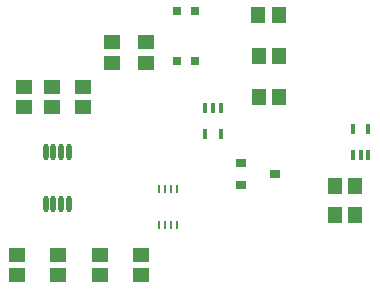
<source format=gtp>
G04*
G04 #@! TF.GenerationSoftware,Altium Limited,Altium Designer,19.1.5 (86)*
G04*
G04 Layer_Color=8421504*
%FSLAX25Y25*%
%MOIN*%
G70*
G01*
G75*
%ADD16R,0.01378X0.03347*%
%ADD17R,0.05512X0.04724*%
%ADD18R,0.01575X0.03347*%
%ADD19R,0.05315X0.04724*%
%ADD20O,0.01772X0.05709*%
%ADD21R,0.05315X0.04528*%
%ADD22R,0.03150X0.03150*%
%ADD23R,0.04528X0.05512*%
%ADD24R,0.04724X0.05315*%
%ADD25R,0.04724X0.05512*%
%ADD26R,0.03543X0.03150*%
%ADD27O,0.00984X0.02953*%
D16*
X123031Y72441D02*
D03*
X117913D02*
D03*
Y81102D02*
D03*
X120472D02*
D03*
X123031D02*
D03*
D17*
X57480Y87992D02*
D03*
Y81299D02*
D03*
D18*
X167126Y74114D02*
D03*
X172244D02*
D03*
Y65256D02*
D03*
X169685D02*
D03*
X167126D02*
D03*
D19*
X77165Y87992D02*
D03*
Y81299D02*
D03*
X66929Y87992D02*
D03*
Y81299D02*
D03*
X96457Y25394D02*
D03*
Y32087D02*
D03*
X68898Y32087D02*
D03*
Y25394D02*
D03*
X55118Y32087D02*
D03*
Y25394D02*
D03*
X82677D02*
D03*
Y32087D02*
D03*
D20*
X64665Y49213D02*
D03*
X67224D02*
D03*
X69783D02*
D03*
X72343D02*
D03*
X64665Y66536D02*
D03*
X67224D02*
D03*
X69783D02*
D03*
X72343D02*
D03*
D21*
X98032Y102953D02*
D03*
Y96063D02*
D03*
X86614Y103051D02*
D03*
Y96161D02*
D03*
D22*
X114370Y96850D02*
D03*
X108465D02*
D03*
X114370Y113386D02*
D03*
X108465D02*
D03*
D23*
X135433Y112205D02*
D03*
X142520D02*
D03*
D24*
X167913Y55118D02*
D03*
X161221D02*
D03*
X142323Y84646D02*
D03*
X135630D02*
D03*
X161221Y45276D02*
D03*
X167913D02*
D03*
D25*
X135630Y98425D02*
D03*
X142323D02*
D03*
D26*
X141142Y59055D02*
D03*
X129724Y55315D02*
D03*
Y62795D02*
D03*
D27*
X102559Y41929D02*
D03*
X104527D02*
D03*
X106496D02*
D03*
X108465D02*
D03*
X102559Y54134D02*
D03*
X104527D02*
D03*
X106496D02*
D03*
X108465D02*
D03*
M02*

</source>
